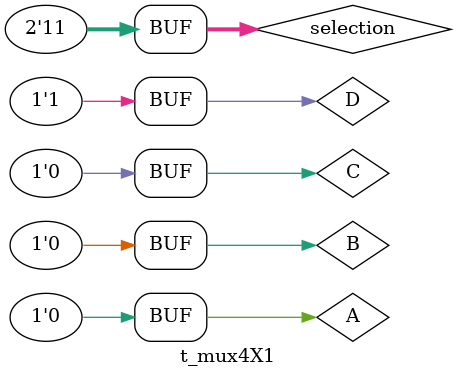
<source format=v>
`timescale 1ns / 1ps
module t_mux4X1;
wire selout;
reg A,B,C,D;
reg [0:1]selection;
mux4X1 obj(selout,A,B,C,D,selection);
initial
begin  
$monitor("A=%b, B=%b,C=%b,D=%b,out=%b,select=%b",A,B,C,D,selout,selection);
 A=1'b1;B=1'b0;C=1'b0;D=1'b0;selection=2'b00;
 #100 A=1'b0;B=1'b1;C=1'b0;D=1'b0;selection=2'b01;
 #100 A=1'b0;B=1'b0;C=1'b1;D=1'b0;selection=2'b10;
 #100 A=1'b0;B=1'b0;C=1'b0;D=1'b1;selection=2'b11;
 end
endmodule

</source>
